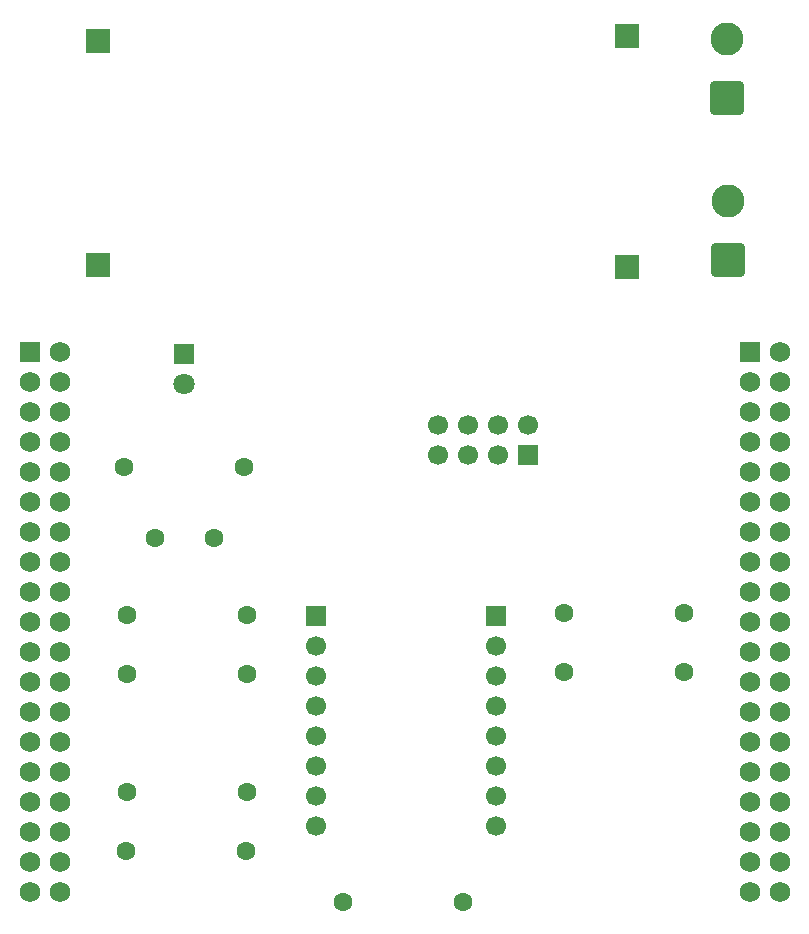
<source format=gbr>
%TF.GenerationSoftware,KiCad,Pcbnew,9.0.5*%
%TF.CreationDate,2025-10-27T10:50:58+09:00*%
%TF.ProjectId,GYRO_PCB,4759524f-5f50-4434-922e-6b696361645f,rev?*%
%TF.SameCoordinates,Original*%
%TF.FileFunction,Soldermask,Top*%
%TF.FilePolarity,Negative*%
%FSLAX46Y46*%
G04 Gerber Fmt 4.6, Leading zero omitted, Abs format (unit mm)*
G04 Created by KiCad (PCBNEW 9.0.5) date 2025-10-27 10:50:58*
%MOMM*%
%LPD*%
G01*
G04 APERTURE LIST*
G04 Aperture macros list*
%AMRoundRect*
0 Rectangle with rounded corners*
0 $1 Rounding radius*
0 $2 $3 $4 $5 $6 $7 $8 $9 X,Y pos of 4 corners*
0 Add a 4 corners polygon primitive as box body*
4,1,4,$2,$3,$4,$5,$6,$7,$8,$9,$2,$3,0*
0 Add four circle primitives for the rounded corners*
1,1,$1+$1,$2,$3*
1,1,$1+$1,$4,$5*
1,1,$1+$1,$6,$7*
1,1,$1+$1,$8,$9*
0 Add four rect primitives between the rounded corners*
20,1,$1+$1,$2,$3,$4,$5,0*
20,1,$1+$1,$4,$5,$6,$7,0*
20,1,$1+$1,$6,$7,$8,$9,0*
20,1,$1+$1,$8,$9,$2,$3,0*%
G04 Aperture macros list end*
%ADD10RoundRect,0.250001X1.149999X-1.149999X1.149999X1.149999X-1.149999X1.149999X-1.149999X-1.149999X0*%
%ADD11C,2.800000*%
%ADD12R,2.000000X2.000000*%
%ADD13R,1.700000X1.700000*%
%ADD14C,1.700000*%
%ADD15R,1.800000X1.800000*%
%ADD16C,1.800000*%
%ADD17C,1.600000*%
%ADD18RoundRect,0.102000X-0.765000X-0.765000X0.765000X-0.765000X0.765000X0.765000X-0.765000X0.765000X0*%
%ADD19C,1.734000*%
G04 APERTURE END LIST*
D10*
%TO.C,J5*%
X174000000Y-73500000D03*
D11*
X174000000Y-68500000D03*
%TD*%
D12*
%TO.C,LM2596*%
X165500000Y-74105000D03*
X165500000Y-54505000D03*
X120700000Y-73945000D03*
X120700000Y-54905000D03*
%TD*%
D13*
%TO.C,J1*%
X157080000Y-90000000D03*
D14*
X154540000Y-90000000D03*
X152000000Y-90000000D03*
X149460000Y-90000000D03*
X157080000Y-87460000D03*
X154540000Y-87460000D03*
X152000000Y-87460000D03*
X149460000Y-87460000D03*
%TD*%
D15*
%TO.C,D1*%
X128000000Y-81460000D03*
D16*
X128000000Y-84000000D03*
%TD*%
D17*
%TO.C,R8*%
X122920000Y-91000000D03*
X133080000Y-91000000D03*
%TD*%
D10*
%TO.C,J4*%
X173967500Y-59750000D03*
D11*
X173967500Y-54750000D03*
%TD*%
D14*
%TO.C,J3*%
X154405000Y-121405000D03*
X154405000Y-118865000D03*
X154405000Y-116325000D03*
X154405000Y-113785000D03*
X154405000Y-111245000D03*
X154405000Y-108705000D03*
X154405000Y-106165000D03*
D13*
X154405000Y-103625000D03*
%TD*%
D18*
%TO.C,U1*%
X114880000Y-81310000D03*
D19*
X117420000Y-81310000D03*
X114880000Y-83850000D03*
X117420000Y-83850000D03*
X114880000Y-86390000D03*
X117420000Y-86390000D03*
X114880000Y-88930000D03*
X117420000Y-88930000D03*
X114880000Y-91470000D03*
X117420000Y-91470000D03*
X114880000Y-94010000D03*
X117420000Y-94010000D03*
X114880000Y-96550000D03*
X117420000Y-96550000D03*
X114880000Y-99090000D03*
X117420000Y-99090000D03*
X114880000Y-101630000D03*
X117420000Y-101630000D03*
X114880000Y-104170000D03*
X117420000Y-104170000D03*
X114880000Y-106710000D03*
X117420000Y-106710000D03*
X114880000Y-109250000D03*
X117420000Y-109250000D03*
X114880000Y-111790000D03*
X117420000Y-111790000D03*
X114880000Y-114330000D03*
X117420000Y-114330000D03*
X114880000Y-116870000D03*
X117420000Y-116870000D03*
X114880000Y-119410000D03*
X117420000Y-119410000D03*
X114880000Y-121950000D03*
X117420000Y-121950000D03*
X114880000Y-124490000D03*
X117420000Y-124490000D03*
X114880000Y-127030000D03*
X117420000Y-127030000D03*
D18*
X175840000Y-81310000D03*
D19*
X178380000Y-81310000D03*
X175840000Y-83850000D03*
X178380000Y-83850000D03*
X175840000Y-86390000D03*
X178380000Y-86390000D03*
X175840000Y-88930000D03*
X178380000Y-88930000D03*
X175840000Y-91470000D03*
X178380000Y-91470000D03*
X175840000Y-94010000D03*
X178380000Y-94010000D03*
X175840000Y-96550000D03*
X178380000Y-96550000D03*
X175840000Y-99090000D03*
X178380000Y-99090000D03*
X175840000Y-101630000D03*
X178380000Y-101630000D03*
X175840000Y-104170000D03*
X178380000Y-104170000D03*
X175840000Y-106710000D03*
X178380000Y-106710000D03*
X175840000Y-109250000D03*
X178380000Y-109250000D03*
X175840000Y-111790000D03*
X178380000Y-111790000D03*
X175840000Y-114330000D03*
X178380000Y-114330000D03*
X175840000Y-116870000D03*
X178380000Y-116870000D03*
X175840000Y-119410000D03*
X178380000Y-119410000D03*
X175840000Y-121950000D03*
X178380000Y-121950000D03*
X175840000Y-124490000D03*
X178380000Y-124490000D03*
X175840000Y-127030000D03*
X178380000Y-127030000D03*
%TD*%
D17*
%TO.C,R3*%
X151580000Y-127865000D03*
X141420000Y-127865000D03*
%TD*%
D13*
%TO.C,J2*%
X139165000Y-103585000D03*
D14*
X139165000Y-106125000D03*
X139165000Y-108665000D03*
X139165000Y-111205000D03*
X139165000Y-113745000D03*
X139165000Y-116285000D03*
X139165000Y-118825000D03*
X139165000Y-121365000D03*
%TD*%
D17*
%TO.C,R6*%
X170255000Y-103365000D03*
X160095000Y-103365000D03*
%TD*%
%TO.C,C1*%
X125500000Y-97000000D03*
X130500000Y-97000000D03*
%TD*%
%TO.C,R5*%
X133175000Y-123500000D03*
X123015000Y-123500000D03*
%TD*%
%TO.C,R7*%
X170255000Y-108365000D03*
X160095000Y-108365000D03*
%TD*%
%TO.C,R2*%
X123095000Y-108500000D03*
X133255000Y-108500000D03*
%TD*%
%TO.C,R4*%
X133255000Y-118500000D03*
X123095000Y-118500000D03*
%TD*%
%TO.C,R1*%
X123095000Y-103500000D03*
X133255000Y-103500000D03*
%TD*%
M02*

</source>
